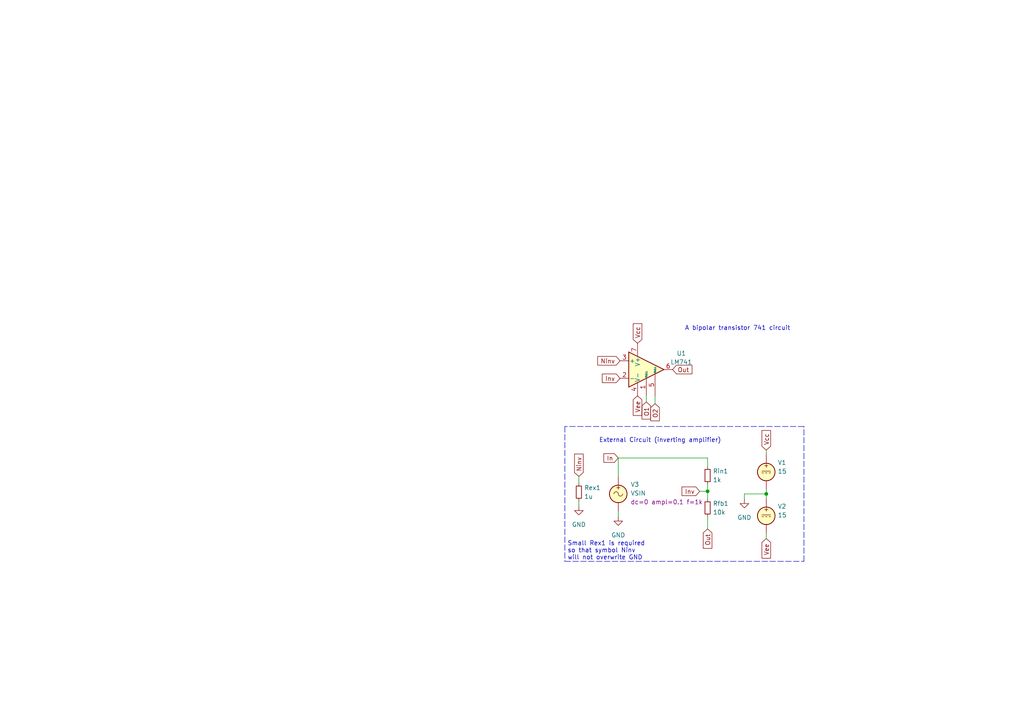
<source format=kicad_sch>
(kicad_sch (version 20231120) (generator "eeschema") (generator_version "8.0")
  (paper "A4")
  (title_block (title "A bipolar transistor 741 circuit") (date "2023-01-04") (comment 1 "Source: https://es.wikipedia.org/wiki/Amplificador_operacional#"))
  (lib_symbols
    (symbol "Amplifier_Operational:LM741" (pin_names (offset 0.127))
      (property "Reference" "U" (at 0 6.35 0))
      (property "Value" "LM741" (at 0 3.81 0))
      (symbol "LM741_0_1"
        (polyline (pts (xy -5.08 5.08) (xy 5.08 0) (xy -5.08 -5.08) (xy -5.08 5.08)) (stroke (width 0.254)) (fill (type background)))
      )
      (symbol "LM741_1_1"
        (pin input line (at 0 -7.62 90) (length 5.08) (name "NULL") (number "1"))
        (pin input line (at -7.62 -2.54 0) (length 2.54) (name "-") (number "2"))
        (pin input line (at -7.62 2.54 0) (length 2.54) (name "+") (number "3"))
        (pin power_in line (at -2.54 -7.62 90) (length 3.81) (name "V-") (number "4"))
        (pin input line (at 2.54 -7.62 90) (length 6.35) (name "NULL") (number "5"))
        (pin output line (at 7.62 0 180) (length 2.54) (name "~") (number "6"))
        (pin power_in line (at -2.54 7.62 270) (length 3.81) (name "V+") (number "7"))
        (pin no_connect line (at 0 2.54 270) (length 2.54) hide (name "NC") (number "8"))
      )
    )
    (symbol "Device:R_Small" (pin_numbers hide) (pin_names (offset 0.254) hide)
      (property "Reference" "R" (at 0.762 0.508 0))
      (property "Value" "R_Small" (at 0.762 -1.016 0))
      (symbol "R_Small_0_1"
        (rectangle (start -0.762 1.778) (end 0.762 -1.778) (stroke (width 0.2032)))
      )
      (symbol "R_Small_1_1"
        (pin passive line (at 0 2.54 270) (length 0.762) (name "~") (number "1"))
        (pin passive line (at 0 -2.54 90) (length 0.762) (name "~") (number "2"))
      )
    )
    (symbol "Simulation_SPICE:VDC" (pin_numbers hide) (pin_names (offset 0.0254))
      (property "Reference" "V" (at 2.54 2.54 0))
      (property "Value" "VDC" (at 2.54 0 0))
      (property "Spice_Model" "dc(1)" (at 2.54 -2.54 0))
      (symbol "VDC_0_0"
        (polyline (pts (xy -1.27 0.254) (xy 1.27 0.254)))
        (polyline (pts (xy -0.762 -0.254) (xy -1.27 -0.254)))
        (polyline (pts (xy 0.254 -0.254) (xy -0.254 -0.254)))
        (polyline (pts (xy 1.27 -0.254) (xy 0.762 -0.254)))
        (text "+" (at 0 1.905 0) (effects (font (size 1.27 1.27))))
      )
      (symbol "VDC_0_1"
        (circle (center 0 0) (radius 2.54) (stroke (width 0.254)) (fill (type background)))
      )
      (symbol "VDC_1_1"
        (pin passive line (at 0 5.08 270) (length 2.54) (name "~") (number "1"))
        (pin passive line (at 0 -5.08 90) (length 2.54) (name "~") (number "2"))
      )
    )
    (symbol "Simulation_SPICE:VSIN" (pin_numbers hide) (pin_names (offset 0.0254))
      (property "Reference" "V" (at 2.54 2.54 0))
      (property "Value" "VSIN" (at 2.54 0 0))
      (property "Spice_Model" "sin(0 1 1k)" (at 2.54 -2.54 0))
      (symbol "VSIN_0_0"
        (arc (start 0 0) (mid -0.635 0.6323) (end -1.27 0))
        (arc (start 0 0) (mid 0.635 -0.6323) (end 1.27 0))
        (text "+" (at 0 1.905 0) (effects (font (size 1.27 1.27))))
      )
      (symbol "VSIN_0_1"
        (circle (center 0 0) (radius 2.54) (stroke (width 0.254)) (fill (type background)))
      )
      (symbol "VSIN_1_1"
        (pin passive line (at 0 5.08 270) (length 2.54) (name "~") (number "1"))
        (pin passive line (at 0 -5.08 90) (length 2.54) (name "~") (number "2"))
      )
    )
    (symbol "power:GND" (power) (pin_names (offset 0))
      (property "Value" "GND" (at 0 -3.81 0))
      (symbol "GND_0_1"
        (polyline (pts (xy 0 0) (xy 0 -1.27) (xy 1.27 -1.27) (xy 0 -2.54) (xy -1.27 -1.27) (xy 0 -1.27)))
      )
      (symbol "GND_1_1"
        (pin power_in line (at 0 0 270) (length 0) hide (name "GND") (number "1"))
      )
    )
  )
  (junction (at 205.232 142.494))
  (junction (at 222.25 143.256))
  (wire (pts (xy 179.324 138.176) (xy 179.324 132.842)))
  (wire (pts (xy 187.452 116.586) (xy 187.452 114.808)))
  (polyline (pts (xy 233.172 123.698) (xy 163.83 123.698)) (stroke (width 0) (type dash)))
  (wire (pts (xy 222.25 143.256) (xy 215.9 143.256)))
  (wire (pts (xy 189.992 117.094) (xy 189.992 114.808)))
  (wire (pts (xy 222.25 143.256) (xy 222.25 144.526)))
  (wire (pts (xy 222.25 141.986) (xy 222.25 143.256)))
  (wire (pts (xy 167.894 138.176) (xy 167.894 140.208)))
  (wire (pts (xy 222.25 154.686) (xy 222.25 156.21)))
  (polyline (pts (xy 233.172 162.814) (xy 233.172 123.698)) (stroke (width 0) (type dash)))
  (wire (pts (xy 167.894 145.288) (xy 167.894 146.812)))
  (wire (pts (xy 179.324 132.842) (xy 205.232 132.842)))
  (wire (pts (xy 205.232 140.462) (xy 205.232 142.494)))
  (wire (pts (xy 205.232 132.842) (xy 205.232 135.382)))
  (wire (pts (xy 202.946 142.494) (xy 205.232 142.494)))
  (polyline (pts (xy 163.83 123.698) (xy 163.83 162.814)) (stroke (width 0) (type dash)))
  (wire (pts (xy 205.232 142.494) (xy 205.232 144.78)))
  (wire (pts (xy 205.232 149.86) (xy 205.232 153.416)))
  (wire (pts (xy 179.324 148.336) (xy 179.324 149.86)))
  (wire (pts (xy 215.9 143.256) (xy 215.9 144.78)))
  (polyline (pts (xy 163.83 162.814) (xy 233.172 162.814)) (stroke (width 0) (type dash)))
  (wire (pts (xy 222.25 130.556) (xy 222.25 131.826)))
  (text "A bipolar transistor 741 circuit" (at 198.628 96.012 0) (effects (font (size 1.27 1.27)) (justify left bottom)))
  (text "External Circuit (inverting amplifier)" (at 173.736 128.524 0) (effects (font (size 1.27 1.27)) (justify left bottom)))
  (text "Small Rex1 is required\nso that symbol Ninv\nwill not overwrite GND" (at 164.592 162.56 0) (effects (font (size 1.27 1.27)) (justify left bottom)))
  (global_label "Vcc" (shape input) (at 222.25 130.556 90) (property "Intersheetrefs" "${INTERSHEET_REFS}" (effects (hide yes))))
  (global_label "Vcc" (shape input) (at 184.912 99.568 90) (property "Intersheetrefs" "${INTERSHEET_REFS}" (effects (hide yes))))
  (global_label "Ninv" (shape input) (at 167.894 138.176 90) (property "Intersheetrefs" "${INTERSHEET_REFS}" (effects (hide yes))))
  (global_label "Vee" (shape input) (at 222.25 156.21 270) (property "Intersheetrefs" "${INTERSHEET_REFS}" (effects (hide yes))))
  (global_label "Out" (shape input) (at 195.072 107.188 0) (property "Intersheetrefs" "${INTERSHEET_REFS}" (effects (hide yes))))
  (global_label "In" (shape input) (at 179.324 132.842 180) (property "Intersheetrefs" "${INTERSHEET_REFS}" (effects (hide yes))))
  (global_label "Vee" (shape input) (at 184.912 114.808 270) (property "Intersheetrefs" "${INTERSHEET_REFS}" (effects (hide yes))))
  (global_label "Out" (shape input) (at 205.232 153.416 270) (property "Intersheetrefs" "${INTERSHEET_REFS}" (effects (hide yes))))
  (global_label "Inv" (shape input) (at 202.946 142.494 180) (property "Intersheetrefs" "${INTERSHEET_REFS}" (effects (hide yes))))
  (global_label "O1" (shape input) (at 187.452 116.586 270) (property "Intersheetrefs" "${INTERSHEET_REFS}" (effects (hide yes))))
  (global_label "Inv" (shape input) (at 179.832 109.728 180) (property "Intersheetrefs" "${INTERSHEET_REFS}" (effects (hide yes))))
  (global_label "Ninv" (shape input) (at 179.832 104.648 180) (property "Intersheetrefs" "${INTERSHEET_REFS}" (effects (hide yes))))
  (global_label "O2" (shape input) (at 189.992 117.094 270) (property "Intersheetrefs" "${INTERSHEET_REFS}" (effects (hide yes))))
  (symbol (lib_id "Simulation_SPICE:VSIN") (at 179.324 143.256 0) (unit 1)
    (property "Reference" "V3" (at 182.88 140.5261 0) (effects (justify left)))
    (property "Value" "VSIN" (at 182.88 143.0661 0) (effects (justify left)))
    (property "Sim.Device" "V" (effects (hide yes)))
    (property "Sim.Type" "SIN" (effects (hide yes)))
    (property "Sim.Params" "dc=0 ampl=0.1 f=1k" (at 182.88 145.6061 0) (effects (justify left)))
    (property "Sim.Pins" "1=+ 2=-" (effects (hide yes)))
  )
  (symbol (lib_id "power:GND") (at 167.894 146.812 0) (unit 1)
    (property "Reference" "#PWR0102" (effects (hide yes)))
    (property "Value" "GND" (at 167.894 152.146 0))
  )
  (symbol (lib_id "power:GND") (at 215.9 144.78 0) (unit 1)
    (property "Reference" "#PWR0101" (effects (hide yes)))
    (property "Value" "GND" (at 215.9 150.114 0))
  )
  (symbol (lib_id "Device:R_Small") (at 205.232 137.922 0) (unit 1)
    (property "Reference" "Rin1" (at 206.756 136.652 0) (effects (justify left)))
    (property "Value" "1k" (at 206.756 139.192 0) (effects (justify left)))
  )
  (symbol (lib_id "Simulation_SPICE:VDC") (at 222.25 149.606 0) (unit 1)
    (property "Reference" "V2" (at 225.552 146.8761 0) (effects (justify left)))
    (property "Value" "15" (at 225.552 149.4161 0) (effects (justify left)))
    (property "Sim.Device" "V" (effects (hide yes)))
    (property "Sim.Type" "DC" (effects (hide yes)))
    (property "Sim.Pins" "1=+ 2=-" (effects (hide yes)))
  )
  (symbol (lib_id "Device:R_Small") (at 205.232 147.32 0) (unit 1)
    (property "Reference" "Rfb1" (at 206.756 146.05 0) (effects (justify left)))
    (property "Value" "10k" (at 206.756 148.59 0) (effects (justify left)))
  )
  (symbol (lib_id "Simulation_SPICE:VDC") (at 222.25 136.906 0) (unit 1)
    (property "Reference" "V1" (at 225.552 134.1761 0) (effects (justify left)))
    (property "Value" "15" (at 225.552 136.7161 0) (effects (justify left)))
    (property "Sim.Device" "V" (effects (hide yes)))
    (property "Sim.Type" "DC" (effects (hide yes)))
    (property "Sim.Pins" "1=+ 2=-" (effects (hide yes)))
  )
  (symbol (lib_id "Amplifier_Operational:LM741") (at 187.452 107.188 0) (unit 1)
    (property "Reference" "U1" (at 197.612 102.489 0))
    (property "Value" "LM741" (at 197.612 105.029 0))
    (property "Datasheet" "http://www.ti.com/lit/ds/symlink/lm741.pdf" (effects (hide yes)))
    (property "Sim.Library" "741.lib" (effects (hide yes)))
    (property "Sim.Name" "KI741" (effects (hide yes)))
    (property "Sim.Pins" "1=1 2=2 3=3 4=4 5=5 6=6 7=7" (effects (hide yes)))
  )
  (symbol (lib_id "Device:R_Small") (at 167.894 142.748 0) (unit 1)
    (property "Reference" "Rex1" (at 169.418 141.478 0) (effects (justify left)))
    (property "Value" "1u" (at 169.418 144.018 0) (effects (justify left)))
  )
  (symbol (lib_id "power:GND") (at 179.324 149.86 0) (unit 1)
    (property "Reference" "#PWR0103" (effects (hide yes)))
    (property "Value" "GND" (at 179.324 155.194 0))
  )
)
</source>
